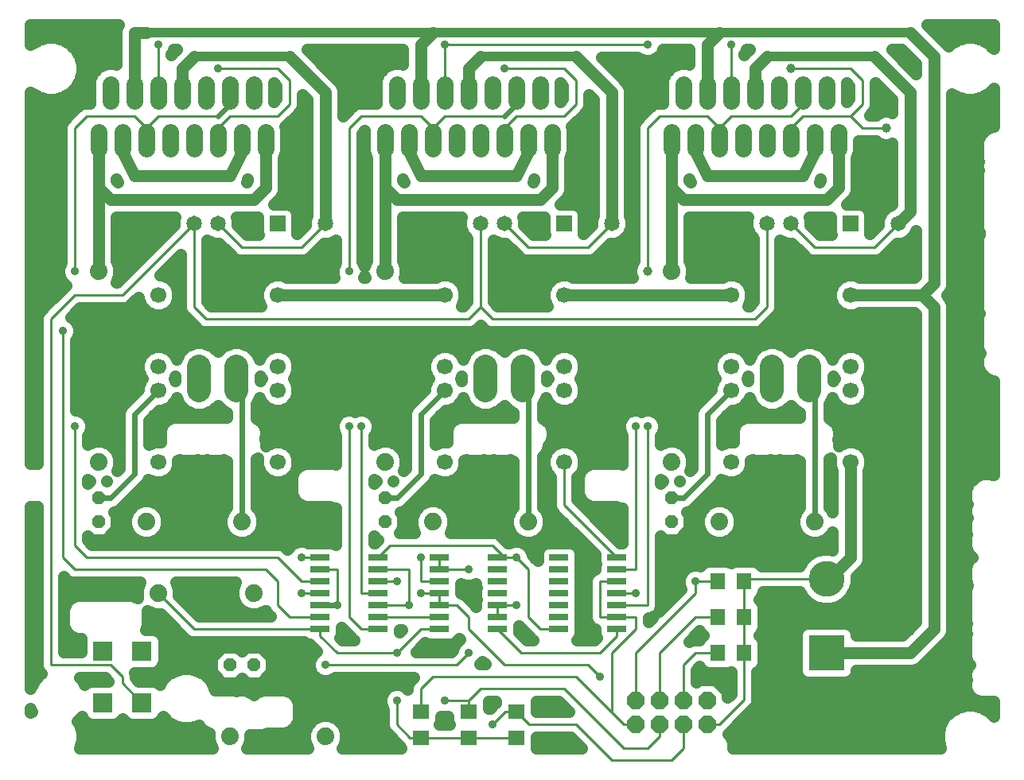
<source format=gtl>
G75*
G70*
%OFA0B0*%
%FSLAX24Y24*%
%IPPOS*%
%LPD*%
%AMOC8*
5,1,8,0,0,1.08239X$1,22.5*
%
%ADD10C,0.0709*%
%ADD11C,0.1004*%
%ADD12C,0.0669*%
%ADD13OC8,0.0520*%
%ADD14C,0.0740*%
%ADD15C,0.0650*%
%ADD16R,0.0650X0.0650*%
%ADD17R,0.1500X0.1500*%
%ADD18C,0.1500*%
%ADD19OC8,0.0740*%
%ADD20R,0.0827X0.0827*%
%ADD21R,0.0800X0.0260*%
%ADD22R,0.0630X0.0709*%
%ADD23R,0.0709X0.0630*%
%ADD24C,0.0500*%
%ADD25C,0.0100*%
%ADD26C,0.0400*%
%ADD27C,0.0360*%
%ADD28C,0.0240*%
%ADD29C,0.0396*%
D10*
X003601Y026250D02*
X003601Y026959D01*
X004601Y026959D02*
X004601Y026250D01*
X005601Y026250D02*
X005601Y026959D01*
X006601Y026959D02*
X006601Y026250D01*
X007601Y026250D02*
X007601Y026959D01*
X008601Y026959D02*
X008601Y026250D01*
X009601Y026250D02*
X009601Y026959D01*
X010601Y026959D02*
X010601Y026250D01*
X010101Y028250D02*
X010101Y028959D01*
X009101Y028959D02*
X009101Y028250D01*
X008101Y028250D02*
X008101Y028959D01*
X007101Y028959D02*
X007101Y028250D01*
X006101Y028250D02*
X006101Y028959D01*
X005101Y028959D02*
X005101Y028250D01*
X004101Y028250D02*
X004101Y028959D01*
X015601Y026959D02*
X015601Y026250D01*
X016601Y026250D02*
X016601Y026959D01*
X017601Y026959D02*
X017601Y026250D01*
X018601Y026250D02*
X018601Y026959D01*
X019601Y026959D02*
X019601Y026250D01*
X020601Y026250D02*
X020601Y026959D01*
X021601Y026959D02*
X021601Y026250D01*
X022601Y026250D02*
X022601Y026959D01*
X022101Y028250D02*
X022101Y028959D01*
X021101Y028959D02*
X021101Y028250D01*
X020101Y028250D02*
X020101Y028959D01*
X019101Y028959D02*
X019101Y028250D01*
X018101Y028250D02*
X018101Y028959D01*
X017101Y028959D02*
X017101Y028250D01*
X016101Y028250D02*
X016101Y028959D01*
X027601Y026959D02*
X027601Y026250D01*
X028601Y026250D02*
X028601Y026959D01*
X029601Y026959D02*
X029601Y026250D01*
X030601Y026250D02*
X030601Y026959D01*
X031601Y026959D02*
X031601Y026250D01*
X032601Y026250D02*
X032601Y026959D01*
X033601Y026959D02*
X033601Y026250D01*
X034601Y026250D02*
X034601Y026959D01*
X034101Y028250D02*
X034101Y028959D01*
X033101Y028959D02*
X033101Y028250D01*
X032101Y028250D02*
X032101Y028959D01*
X031101Y028959D02*
X031101Y028250D01*
X030101Y028250D02*
X030101Y028959D01*
X029101Y028959D02*
X029101Y028250D01*
X028101Y028250D02*
X028101Y028959D01*
D11*
X031821Y017107D02*
X031821Y016103D01*
X033380Y016103D02*
X033380Y017107D01*
X021380Y017107D02*
X021380Y016103D01*
X019821Y016103D02*
X019821Y017107D01*
X009380Y017107D02*
X009380Y016103D01*
X007821Y016103D02*
X007821Y017107D01*
D12*
X006101Y017105D03*
X006101Y016105D03*
X006101Y013105D03*
X011101Y013105D03*
X011101Y016105D03*
X011101Y017105D03*
X011101Y020105D03*
X006101Y020105D03*
X018101Y020105D03*
X018101Y017105D03*
X018101Y016105D03*
X018101Y013105D03*
X023101Y013105D03*
X023101Y016105D03*
X023101Y017105D03*
X023101Y020105D03*
X030101Y020105D03*
X030101Y017105D03*
X030101Y016105D03*
X030101Y013105D03*
X035101Y013105D03*
X035101Y016105D03*
X035101Y017105D03*
X035101Y020105D03*
D13*
X027601Y011605D03*
X027601Y010605D03*
X015601Y010605D03*
X015601Y011605D03*
X010101Y004605D03*
X009101Y004605D03*
X003601Y010605D03*
X003601Y011605D03*
D14*
X003601Y013105D03*
X005601Y010605D03*
X006101Y007605D03*
X009601Y010605D03*
X010101Y007605D03*
X015601Y013105D03*
X017601Y010605D03*
X021601Y010605D03*
X027601Y013105D03*
X029601Y010605D03*
X033601Y010605D03*
X027601Y021105D03*
X015601Y021105D03*
X003601Y021105D03*
X009101Y001605D03*
X013101Y001605D03*
D15*
X013101Y023105D03*
X008601Y023105D03*
X007601Y023105D03*
X019601Y023105D03*
X020601Y023105D03*
X025101Y023105D03*
X031601Y023105D03*
X032601Y023105D03*
X037101Y023105D03*
D16*
X035101Y023105D03*
X023101Y023105D03*
X011101Y023105D03*
D17*
X034101Y005105D03*
D18*
X034101Y008209D03*
D19*
X029101Y003105D03*
X028101Y003105D03*
X027101Y003105D03*
X026101Y003105D03*
X026101Y002105D03*
X027101Y002105D03*
X028101Y002105D03*
X029101Y002105D03*
D20*
X005428Y003022D03*
X003774Y003022D03*
X003774Y005187D03*
X005428Y005187D03*
D21*
X012891Y006105D03*
X012891Y006605D03*
X012891Y007105D03*
X012891Y007605D03*
X012891Y008105D03*
X012891Y008605D03*
X012891Y009105D03*
X015311Y009105D03*
X015311Y008605D03*
X015311Y008105D03*
X015311Y007605D03*
X015311Y007105D03*
X015311Y006605D03*
X015311Y006105D03*
X017891Y006105D03*
X017891Y006605D03*
X017891Y007105D03*
X017891Y007605D03*
X017891Y008105D03*
X017891Y008605D03*
X017891Y009105D03*
X020311Y009105D03*
X020311Y008605D03*
X020311Y008105D03*
X020311Y007605D03*
X020311Y007105D03*
X020311Y006605D03*
X020311Y006105D03*
X022891Y006105D03*
X022891Y006605D03*
X022891Y007105D03*
X022891Y007605D03*
X022891Y008105D03*
X022891Y008605D03*
X022891Y009105D03*
X025311Y009105D03*
X025311Y008605D03*
X025311Y008105D03*
X025311Y007605D03*
X025311Y007105D03*
X025311Y006605D03*
X025311Y006105D03*
D22*
X029550Y006605D03*
X030652Y006605D03*
X030652Y008105D03*
X029550Y008105D03*
X029550Y005105D03*
X030652Y005105D03*
D23*
X021101Y002656D03*
X021101Y001554D03*
X019101Y001554D03*
X019101Y002656D03*
X017101Y002656D03*
X017101Y001554D03*
D24*
X002901Y001434D02*
X002813Y001105D01*
X008385Y001105D01*
X008372Y001118D01*
X008241Y001434D01*
X008241Y001749D01*
X008003Y001847D01*
X007814Y002037D01*
X007799Y002072D01*
X007757Y002047D01*
X007441Y001963D01*
X007115Y001963D01*
X006799Y002047D01*
X006516Y002210D01*
X006297Y002430D01*
X006256Y002331D01*
X006119Y002193D01*
X005938Y002119D01*
X004917Y002119D01*
X004737Y002193D01*
X004601Y002329D01*
X004465Y002193D01*
X004285Y002119D01*
X003263Y002119D01*
X003083Y002193D01*
X002945Y002331D01*
X002904Y002430D01*
X002728Y002253D01*
X002812Y002106D01*
X002901Y001776D01*
X002901Y001434D01*
X002901Y001602D02*
X008241Y001602D01*
X006707Y002100D02*
X002814Y002100D01*
X003019Y003787D02*
X002916Y003965D01*
X002816Y004065D01*
X003877Y004065D01*
X004016Y003925D01*
X003263Y003925D01*
X003083Y003851D01*
X003019Y003787D01*
X002871Y005145D02*
X002141Y005145D01*
X002141Y008301D01*
X002143Y008299D01*
X002295Y008147D01*
X002493Y008065D01*
X005360Y008065D01*
X005241Y007776D01*
X005241Y007434D01*
X005250Y007411D01*
X005024Y007505D01*
X004757Y007505D01*
X004527Y007505D01*
X004333Y007505D01*
X004067Y007505D01*
X003913Y007505D01*
X003893Y007497D01*
X003873Y007505D01*
X003606Y007505D01*
X003489Y007505D01*
X003354Y007505D01*
X003223Y007505D01*
X003223Y007505D01*
X003222Y007505D01*
X003202Y007497D01*
X003182Y007505D01*
X002916Y007505D01*
X002686Y007505D01*
X002439Y007403D01*
X002251Y007215D01*
X002149Y006968D01*
X002149Y006702D01*
X002149Y006661D01*
X002149Y006395D01*
X002149Y006241D01*
X002251Y005995D01*
X002439Y005807D01*
X002686Y005705D01*
X002873Y005705D01*
X002871Y005698D01*
X002871Y005145D01*
X002871Y005590D02*
X002141Y005590D01*
X002141Y006089D02*
X002212Y006089D01*
X002149Y006587D02*
X002141Y006587D01*
X002141Y007086D02*
X002198Y007086D01*
X002141Y007584D02*
X005241Y007584D01*
X005637Y006866D02*
X005930Y006745D01*
X006197Y006745D01*
X007295Y005647D01*
X007493Y005565D01*
X007708Y005565D01*
X012208Y005565D01*
X012213Y005559D01*
X012393Y005485D01*
X012457Y005485D01*
X012585Y005357D01*
X012755Y005187D01*
X012721Y005173D01*
X012533Y004984D01*
X012431Y004738D01*
X012431Y004471D01*
X012533Y004225D01*
X012721Y004037D01*
X012967Y003935D01*
X013234Y003935D01*
X013480Y004037D01*
X013508Y004065D01*
X016797Y004065D01*
X016643Y003911D01*
X016561Y003712D01*
X016561Y003592D01*
X016480Y003673D01*
X016234Y003775D01*
X015967Y003775D01*
X015721Y003673D01*
X015533Y003484D01*
X015431Y003238D01*
X015431Y002971D01*
X015533Y002725D01*
X015561Y002697D01*
X015561Y002212D01*
X015561Y001997D01*
X015643Y001799D01*
X016194Y001248D01*
X016256Y001185D01*
X016256Y001141D01*
X016272Y001105D01*
X013817Y001105D01*
X013830Y001118D01*
X013961Y001434D01*
X013961Y001776D01*
X013830Y002092D01*
X013588Y002334D01*
X013272Y002465D01*
X012930Y002465D01*
X012614Y002334D01*
X012372Y002092D01*
X012241Y001776D01*
X012241Y001434D01*
X012372Y001118D01*
X012385Y001105D01*
X009817Y001105D01*
X009830Y001118D01*
X009961Y001434D01*
X009961Y001670D01*
X010508Y001670D01*
X010689Y001745D01*
X010758Y001745D01*
X010893Y001745D01*
X010893Y001745D01*
X010894Y001745D01*
X011129Y001745D01*
X011145Y001751D01*
X011160Y001745D01*
X011228Y001745D01*
X011294Y001731D01*
X011361Y001745D01*
X011429Y001745D01*
X011491Y001771D01*
X011557Y001784D01*
X011614Y001821D01*
X011677Y001847D01*
X011725Y001895D01*
X011781Y001933D01*
X011819Y001989D01*
X011867Y002037D01*
X011893Y002100D01*
X012380Y002100D01*
X011970Y002285D02*
X011970Y002353D01*
X011983Y002419D01*
X011970Y002486D01*
X011970Y003004D01*
X011867Y003252D01*
X011677Y003442D01*
X011429Y003545D01*
X011160Y003545D01*
X011145Y003538D01*
X011129Y003545D01*
X011061Y003545D01*
X010995Y003558D01*
X010928Y003545D01*
X010894Y003545D01*
X010893Y003545D01*
X010801Y003545D01*
X010743Y003545D01*
X010475Y003545D01*
X010227Y003442D01*
X010152Y003367D01*
X010111Y003327D01*
X009996Y003442D01*
X009748Y003545D01*
X009479Y003545D01*
X009383Y003505D01*
X009287Y003545D01*
X009019Y003545D01*
X008712Y003545D01*
X008552Y003545D01*
X008536Y003538D01*
X008520Y003545D01*
X008471Y003545D01*
X008434Y003682D01*
X008271Y003965D01*
X008040Y004196D01*
X007757Y004359D01*
X007441Y004444D01*
X007115Y004444D01*
X006799Y004359D01*
X006516Y004196D01*
X006285Y003965D01*
X006182Y003787D01*
X006119Y003851D01*
X005938Y003925D01*
X005288Y003925D01*
X005141Y004072D01*
X005141Y004212D01*
X005111Y004284D01*
X005938Y004284D01*
X006119Y004359D01*
X006256Y004496D01*
X006331Y004677D01*
X006331Y005698D01*
X006256Y005878D01*
X006119Y006016D01*
X005938Y006091D01*
X005575Y006091D01*
X005637Y006241D01*
X005637Y006508D01*
X005637Y006738D01*
X005637Y006866D01*
X005637Y006587D02*
X006355Y006587D01*
X005943Y006089D02*
X006853Y006089D01*
X006331Y005590D02*
X007432Y005590D01*
X008351Y004915D02*
X008351Y004294D01*
X008790Y003855D01*
X009411Y003855D01*
X009601Y004044D01*
X009790Y003855D01*
X010411Y003855D01*
X010851Y004294D01*
X010851Y004915D01*
X010411Y005355D01*
X009790Y005355D01*
X009601Y005165D01*
X009411Y005355D01*
X008790Y005355D01*
X008351Y004915D01*
X008527Y005092D02*
X006331Y005092D01*
X006296Y004593D02*
X008351Y004593D01*
X008550Y004095D02*
X008141Y004095D01*
X008457Y003596D02*
X015645Y003596D01*
X015431Y003097D02*
X011931Y003097D01*
X011970Y002599D02*
X015561Y002599D01*
X015561Y002100D02*
X013821Y002100D01*
X013961Y001602D02*
X015840Y001602D01*
X017888Y002105D02*
X017945Y002243D01*
X017945Y002444D01*
X017967Y002435D01*
X018234Y002435D01*
X018256Y002444D01*
X018256Y002243D01*
X018314Y002105D01*
X018309Y002094D01*
X017892Y002094D01*
X017888Y002105D01*
X017889Y002100D02*
X018312Y002100D01*
X019945Y002765D02*
X019945Y003065D01*
X020256Y003065D01*
X020256Y003024D01*
X020194Y002962D01*
X020007Y002775D01*
X019967Y002775D01*
X019945Y002765D01*
X021945Y002645D02*
X023297Y002645D01*
X022877Y003065D01*
X021945Y003065D01*
X021945Y002645D01*
X021945Y001565D02*
X023377Y001565D01*
X023837Y001105D01*
X021930Y001105D01*
X021945Y001141D01*
X021945Y001565D01*
X019797Y004645D02*
X019588Y004645D01*
X019669Y004725D01*
X019683Y004759D01*
X019797Y004645D01*
X018755Y005687D02*
X018721Y005673D01*
X018533Y005484D01*
X018431Y005238D01*
X018431Y005198D01*
X018377Y005145D01*
X016904Y005145D01*
X017288Y005528D01*
X017393Y005485D01*
X018388Y005485D01*
X018568Y005559D01*
X018706Y005697D01*
X018717Y005724D01*
X018755Y005687D01*
X018639Y005590D02*
X018599Y005590D01*
X019421Y007048D02*
X019407Y007062D01*
X018907Y007562D01*
X018781Y007615D01*
X018781Y007832D01*
X018771Y007855D01*
X018781Y007877D01*
X018781Y008012D01*
X018967Y007935D01*
X019234Y007935D01*
X019421Y008012D01*
X019421Y007877D01*
X019430Y007855D01*
X019421Y007832D01*
X019421Y007377D01*
X019430Y007355D01*
X019421Y007332D01*
X019421Y007048D01*
X019407Y007062D02*
X019407Y007062D01*
X019421Y007086D02*
X019383Y007086D01*
X019421Y007584D02*
X018854Y007584D01*
X021201Y006241D02*
X021201Y005978D01*
X021534Y005645D01*
X021800Y005645D01*
X021795Y005647D01*
X021643Y005799D01*
X021201Y006241D01*
X021201Y006089D02*
X021353Y006089D01*
X023654Y005645D02*
X023706Y005697D01*
X023781Y005877D01*
X023781Y006332D01*
X023771Y006355D01*
X023781Y006377D01*
X023781Y006832D01*
X023771Y006855D01*
X023781Y006877D01*
X023781Y007332D01*
X023771Y007355D01*
X023781Y007377D01*
X023781Y007832D01*
X023771Y007855D01*
X023781Y007877D01*
X023781Y008332D01*
X023771Y008355D01*
X023781Y008377D01*
X023781Y008832D01*
X023771Y008855D01*
X023781Y008877D01*
X023781Y009332D01*
X023706Y009512D01*
X023568Y009650D01*
X023388Y009725D01*
X022393Y009725D01*
X022213Y009650D01*
X022075Y009512D01*
X022001Y009332D01*
X022001Y008968D01*
X021907Y009062D01*
X021771Y009198D01*
X021771Y009238D01*
X021669Y009484D01*
X021480Y009673D01*
X021234Y009775D01*
X020967Y009775D01*
X020828Y009717D01*
X020808Y009725D01*
X020744Y009725D01*
X020559Y009911D01*
X020407Y010062D01*
X020208Y010145D01*
X018341Y010145D01*
X018461Y010434D01*
X018461Y010776D01*
X018330Y011092D01*
X018088Y011334D01*
X017772Y011465D01*
X017430Y011465D01*
X017114Y011334D01*
X016872Y011092D01*
X016741Y010776D01*
X016741Y010434D01*
X016860Y010145D01*
X016201Y010145D01*
X016351Y010294D01*
X016351Y010915D01*
X016257Y011009D01*
X016446Y011088D01*
X017446Y012088D01*
X017618Y012259D01*
X017672Y012390D01*
X017937Y012280D01*
X018265Y012280D01*
X018568Y012406D01*
X018800Y012638D01*
X018925Y012941D01*
X018925Y013191D01*
X019004Y013191D01*
X019024Y013199D01*
X019044Y013191D01*
X019275Y013191D01*
X019560Y013191D01*
X019694Y013191D01*
X019694Y013191D01*
X019695Y013191D01*
X019753Y013215D01*
X019812Y013191D01*
X020078Y013191D01*
X020137Y013215D01*
X020195Y013191D01*
X020480Y013191D01*
X020615Y013191D01*
X020615Y013191D01*
X020845Y013191D01*
X020850Y013193D01*
X020991Y013134D01*
X020991Y011211D01*
X020872Y011092D01*
X020741Y010776D01*
X020741Y010434D01*
X020872Y010118D01*
X021114Y009876D01*
X021430Y009745D01*
X021772Y009745D01*
X022088Y009876D01*
X022330Y010118D01*
X022461Y010434D01*
X022461Y010776D01*
X022330Y011092D01*
X022211Y011211D01*
X022211Y013338D01*
X022354Y013481D01*
X022456Y013728D01*
X022456Y013814D01*
X022508Y013865D01*
X022610Y014111D01*
X022610Y014455D01*
X022508Y014701D01*
X022319Y014889D01*
X022211Y014934D01*
X022211Y015530D01*
X022221Y015541D01*
X022331Y015807D01*
X022402Y015638D01*
X022634Y015406D01*
X022937Y015280D01*
X023265Y015280D01*
X023568Y015406D01*
X023800Y015638D01*
X023925Y015941D01*
X023925Y016269D01*
X023800Y016572D01*
X023767Y016605D01*
X023800Y016638D01*
X023925Y016941D01*
X023925Y017269D01*
X023800Y017572D01*
X023568Y017804D01*
X023265Y017929D01*
X022937Y017929D01*
X022634Y017804D01*
X022402Y017572D01*
X022331Y017402D01*
X022221Y017669D01*
X021942Y017948D01*
X021578Y018099D01*
X021183Y018099D01*
X020818Y017948D01*
X020601Y017730D01*
X020383Y017948D01*
X020019Y018099D01*
X019624Y018099D01*
X019259Y017948D01*
X018980Y017669D01*
X018870Y017402D01*
X018800Y017572D01*
X018568Y017804D01*
X018265Y017929D01*
X017937Y017929D01*
X017634Y017804D01*
X017402Y017572D01*
X017276Y017269D01*
X017276Y016941D01*
X017402Y016638D01*
X017435Y016605D01*
X017402Y016572D01*
X017276Y016269D01*
X017276Y016143D01*
X016584Y015450D01*
X016491Y015226D01*
X016491Y014983D01*
X016491Y012857D01*
X016386Y012752D01*
X016461Y012934D01*
X016461Y013276D01*
X016330Y013592D01*
X016088Y013834D01*
X015772Y013965D01*
X015430Y013965D01*
X015141Y013845D01*
X015141Y014197D01*
X015169Y014225D01*
X015271Y014471D01*
X015271Y014738D01*
X015169Y014984D01*
X014980Y015173D01*
X014734Y015275D01*
X014467Y015275D01*
X014351Y015226D01*
X014234Y015275D01*
X013967Y015275D01*
X013721Y015173D01*
X013533Y014984D01*
X013431Y014738D01*
X013431Y014471D01*
X013533Y014225D01*
X013561Y014197D01*
X013561Y013025D01*
X013512Y013045D01*
X013377Y013045D01*
X013019Y013045D01*
X012745Y013045D01*
X012612Y013045D01*
X012251Y013045D01*
X012003Y012942D01*
X011871Y012810D01*
X011925Y012941D01*
X011925Y013269D01*
X011800Y013572D01*
X011568Y013804D01*
X011265Y013929D01*
X010937Y013929D01*
X010634Y013804D01*
X010606Y013776D01*
X010623Y013860D01*
X010577Y014091D01*
X010623Y014322D01*
X010571Y014583D01*
X010422Y014805D01*
X010211Y014946D01*
X010211Y015530D01*
X010221Y015541D01*
X010331Y015807D01*
X010402Y015638D01*
X010634Y015406D01*
X010937Y015280D01*
X011265Y015280D01*
X011568Y015406D01*
X011800Y015638D01*
X011925Y015941D01*
X011925Y016269D01*
X011800Y016572D01*
X011767Y016605D01*
X011800Y016638D01*
X011925Y016941D01*
X011925Y017269D01*
X011800Y017572D01*
X011568Y017804D01*
X011265Y017929D01*
X010937Y017929D01*
X010634Y017804D01*
X010402Y017572D01*
X010331Y017402D01*
X010221Y017669D01*
X009942Y017948D01*
X009578Y018099D01*
X009183Y018099D01*
X008818Y017948D01*
X008601Y017730D01*
X008383Y017948D01*
X008019Y018099D01*
X007624Y018099D01*
X007259Y017948D01*
X006980Y017669D01*
X006870Y017402D01*
X006800Y017572D01*
X006568Y017804D01*
X006265Y017929D01*
X005937Y017929D01*
X005634Y017804D01*
X005402Y017572D01*
X005276Y017269D01*
X005276Y016941D01*
X005402Y016638D01*
X005435Y016605D01*
X005402Y016572D01*
X005276Y016269D01*
X005276Y016143D01*
X004755Y015622D01*
X004584Y015450D01*
X004491Y015226D01*
X004491Y012857D01*
X004386Y012752D01*
X004461Y012934D01*
X004461Y013276D01*
X004330Y013592D01*
X004088Y013834D01*
X003772Y013965D01*
X003430Y013965D01*
X003141Y013845D01*
X003141Y014197D01*
X003169Y014225D01*
X003271Y014471D01*
X003271Y014738D01*
X003169Y014984D01*
X002980Y015173D01*
X002734Y015275D01*
X002641Y015275D01*
X002641Y018197D01*
X002669Y018225D01*
X002771Y018471D01*
X002771Y018738D01*
X002669Y018984D01*
X002480Y019173D01*
X002446Y019187D01*
X002824Y019565D01*
X004708Y019565D01*
X004907Y019647D01*
X005059Y019799D01*
X005276Y020016D01*
X005276Y019941D01*
X005402Y019638D01*
X005634Y019406D01*
X005937Y019280D01*
X006265Y019280D01*
X006568Y019406D01*
X006800Y019638D01*
X006925Y019941D01*
X006925Y020269D01*
X006800Y020572D01*
X006568Y020804D01*
X006265Y020929D01*
X006189Y020929D01*
X007061Y021801D01*
X007061Y019712D01*
X007061Y019497D01*
X007143Y019299D01*
X007643Y018799D01*
X007795Y018647D01*
X007993Y018565D01*
X018993Y018565D01*
X019208Y018565D01*
X019407Y018647D01*
X019601Y018841D01*
X019795Y018647D01*
X019993Y018565D01*
X020208Y018565D01*
X031208Y018565D01*
X031407Y018647D01*
X031559Y018799D01*
X032059Y019299D01*
X032141Y019497D01*
X032141Y019712D01*
X032141Y022413D01*
X032439Y022290D01*
X032652Y022290D01*
X033143Y021799D01*
X033295Y021647D01*
X033493Y021565D01*
X035993Y021565D01*
X036208Y021565D01*
X036407Y021647D01*
X037049Y022290D01*
X037263Y022290D01*
X037562Y022414D01*
X037792Y022643D01*
X037861Y022810D01*
X037861Y020911D01*
X037794Y020845D01*
X035469Y020845D01*
X035265Y020929D01*
X034937Y020929D01*
X034634Y020804D01*
X034402Y020572D01*
X034276Y020269D01*
X034276Y019941D01*
X034402Y019638D01*
X034634Y019406D01*
X034937Y019280D01*
X035265Y019280D01*
X035469Y019365D01*
X037794Y019365D01*
X037861Y019298D01*
X037861Y006411D01*
X037294Y005845D01*
X035341Y005845D01*
X035341Y005952D01*
X035266Y006132D01*
X035128Y006270D01*
X034948Y006345D01*
X033253Y006345D01*
X033073Y006270D01*
X032935Y006132D01*
X032861Y005952D01*
X032861Y004257D01*
X032935Y004077D01*
X033073Y003939D01*
X033253Y003865D01*
X034948Y003865D01*
X035128Y003939D01*
X035266Y004077D01*
X035341Y004257D01*
X035341Y004365D01*
X037748Y004365D01*
X038020Y004477D01*
X038228Y004686D01*
X039228Y005686D01*
X039341Y005957D01*
X039341Y006252D01*
X039341Y019752D01*
X039228Y020024D01*
X039147Y020105D01*
X039228Y020186D01*
X039341Y020457D01*
X039341Y028542D01*
X039599Y028393D01*
X039930Y028305D01*
X040272Y028305D01*
X040603Y028393D01*
X040899Y028564D01*
X041101Y028766D01*
X041101Y027163D01*
X041045Y027163D01*
X041045Y027163D01*
X041045Y027163D01*
X040916Y027110D01*
X040801Y027062D01*
X040801Y027062D01*
X040801Y027062D01*
X040739Y027000D01*
X040739Y027000D01*
X040677Y026939D01*
X040552Y026813D01*
X040552Y026813D01*
X040552Y026813D01*
X040505Y026701D01*
X040451Y026569D01*
X040451Y026569D01*
X040450Y026569D01*
X040450Y026438D01*
X040450Y026304D01*
X040450Y026119D01*
X040450Y026015D01*
X040450Y025751D01*
X040472Y025699D01*
X040450Y025647D01*
X040450Y025382D01*
X040472Y025330D01*
X040450Y025279D01*
X040450Y025014D01*
X040450Y024973D01*
X040450Y024972D01*
X040450Y024906D01*
X040450Y024831D01*
X040450Y024831D01*
X040450Y024707D01*
X040450Y024596D01*
X040450Y024463D01*
X040450Y024463D01*
X040450Y024277D01*
X040450Y023909D01*
X040450Y023788D01*
X040450Y023739D01*
X040437Y023674D01*
X040450Y023608D01*
X040450Y023541D01*
X040450Y023500D01*
X040450Y023499D01*
X040450Y023499D01*
X040450Y023432D01*
X040450Y023358D01*
X040450Y023358D01*
X040450Y023254D01*
X040450Y023130D01*
X040450Y023058D01*
X040450Y022990D01*
X040450Y022989D01*
X040450Y022866D01*
X040451Y022866D01*
X040451Y022866D01*
X040505Y022733D01*
X040523Y022692D01*
X040505Y022650D01*
X040451Y022517D01*
X040450Y022517D02*
X040450Y022387D01*
X040450Y022253D01*
X040450Y022253D01*
X040450Y022068D01*
X040450Y021964D01*
X040450Y021699D01*
X040450Y021331D01*
X040450Y021289D01*
X040450Y021289D01*
X040450Y021217D01*
X040450Y021148D01*
X040450Y021148D01*
X040450Y021024D01*
X040450Y020841D01*
X040450Y020676D01*
X040450Y020545D01*
X040450Y020411D01*
X040450Y020226D01*
X040450Y020105D01*
X040450Y019858D01*
X040450Y019489D01*
X040510Y019346D01*
X040504Y019332D01*
X040451Y019203D01*
X040451Y019203D01*
X040450Y019203D01*
X040450Y019079D01*
X040450Y019007D01*
X040450Y018938D01*
X040450Y018938D01*
X040450Y018814D01*
X040450Y018583D01*
X040437Y018517D01*
X040462Y018395D01*
X040437Y018272D01*
X040457Y018174D01*
X040451Y018159D01*
X040451Y018159D01*
X040450Y018159D01*
X040450Y018027D01*
X040450Y017894D01*
X040451Y017894D01*
X040456Y017880D01*
X040535Y017689D01*
X040505Y017616D01*
X040451Y017484D01*
X040450Y017484D01*
X040450Y017360D01*
X040450Y017291D01*
X040450Y017219D01*
X040450Y017096D01*
X040451Y017096D01*
X040451Y017096D01*
X040504Y016966D01*
X040552Y016851D01*
X040675Y016728D01*
X040739Y016664D01*
X040801Y016602D01*
X041045Y016501D01*
X041101Y016501D01*
X041101Y012582D01*
X041057Y012564D01*
X040979Y012597D01*
X040872Y012597D01*
X040735Y012597D01*
X040602Y012597D01*
X040602Y012597D01*
X040602Y012597D01*
X040484Y012548D01*
X040352Y012493D01*
X040352Y012493D01*
X040352Y012493D01*
X040251Y012392D01*
X040161Y012302D01*
X040155Y012296D01*
X040054Y012195D01*
X040054Y012195D01*
X040054Y012195D01*
X040014Y012099D01*
X039950Y011945D01*
X039950Y011811D01*
X039950Y011732D01*
X039950Y011461D01*
X040006Y011328D01*
X039950Y011194D01*
X039950Y010924D01*
X040006Y010790D01*
X039950Y010656D01*
X039950Y010519D01*
X039950Y010172D01*
X039984Y010092D01*
X039950Y010012D01*
X039950Y010012D01*
X039950Y010012D01*
X039950Y009878D01*
X039950Y009798D01*
X039950Y009528D01*
X040054Y009278D01*
X040206Y009125D01*
X040161Y009079D01*
X040155Y009073D01*
X040054Y008973D01*
X040054Y008973D01*
X040054Y008973D01*
X040014Y008876D01*
X039950Y008723D01*
X039950Y008723D01*
X039950Y008723D01*
X039950Y008589D01*
X039950Y008132D01*
X040028Y007945D01*
X039950Y007758D01*
X039950Y007487D01*
X039961Y007461D01*
X039950Y007434D01*
X039950Y007434D01*
X039950Y007434D01*
X039950Y007288D01*
X039950Y007220D01*
X039950Y006950D01*
X039961Y006923D01*
X039950Y006896D01*
X039950Y006412D01*
X039984Y006332D01*
X039950Y006251D01*
X039950Y005981D01*
X039983Y005903D01*
X039950Y005824D01*
X039950Y005554D01*
X039961Y005527D01*
X039950Y005500D01*
X039950Y005363D01*
X039950Y004909D01*
X040054Y004659D01*
X040100Y004614D01*
X040054Y004568D01*
X039950Y004318D01*
X039950Y004047D01*
X039983Y003969D01*
X039950Y003891D01*
X039950Y003620D01*
X040054Y003370D01*
X040245Y003179D01*
X040495Y003076D01*
X040766Y003076D01*
X041101Y003076D01*
X041101Y002443D01*
X040899Y002645D01*
X040603Y002816D01*
X040272Y002905D01*
X039930Y002905D01*
X039599Y002816D01*
X039303Y002645D01*
X039061Y002403D01*
X038889Y002106D01*
X038801Y001776D01*
X038801Y001434D01*
X038889Y001105D01*
X030170Y001105D01*
X030170Y001121D01*
X030170Y001257D01*
X030170Y001389D01*
X030170Y001389D01*
X030170Y001389D01*
X030124Y001501D01*
X030067Y001637D01*
X030067Y001637D01*
X030067Y001638D01*
X029982Y001722D01*
X030958Y002698D01*
X031110Y002850D01*
X031192Y003048D01*
X031192Y004313D01*
X031244Y004335D01*
X031382Y004473D01*
X031457Y004653D01*
X031457Y005556D01*
X031382Y005737D01*
X031264Y005855D01*
X031382Y005973D01*
X031457Y006153D01*
X031457Y007056D01*
X031382Y007237D01*
X031264Y007355D01*
X031382Y007473D01*
X031457Y007653D01*
X031457Y007669D01*
X032981Y007669D01*
X033109Y007448D01*
X033339Y007217D01*
X033622Y007054D01*
X033938Y006969D01*
X034264Y006969D01*
X034579Y007054D01*
X034862Y007217D01*
X035093Y007448D01*
X035256Y007731D01*
X035341Y008046D01*
X035341Y008298D01*
X035728Y008686D01*
X035841Y008957D01*
X035841Y009252D01*
X035841Y012736D01*
X035925Y012941D01*
X035925Y013269D01*
X035800Y013572D01*
X035568Y013804D01*
X035265Y013929D01*
X034937Y013929D01*
X034634Y013804D01*
X034610Y013780D01*
X034610Y013994D01*
X034586Y014053D01*
X034610Y014111D01*
X034610Y014111D01*
X034610Y014378D01*
X034610Y014455D01*
X034508Y014701D01*
X034319Y014889D01*
X034211Y014934D01*
X034211Y015530D01*
X034221Y015541D01*
X034331Y015807D01*
X034402Y015638D01*
X034634Y015406D01*
X034937Y015280D01*
X035265Y015280D01*
X035568Y015406D01*
X035800Y015638D01*
X035925Y015941D01*
X035925Y016269D01*
X035800Y016572D01*
X035767Y016605D01*
X035800Y016638D01*
X035925Y016941D01*
X035925Y017269D01*
X035800Y017572D01*
X035568Y017804D01*
X035265Y017929D01*
X034937Y017929D01*
X034634Y017804D01*
X034402Y017572D01*
X034331Y017402D01*
X034221Y017669D01*
X033942Y017948D01*
X033578Y018099D01*
X033183Y018099D01*
X032818Y017948D01*
X032601Y017730D01*
X032383Y017948D01*
X032019Y018099D01*
X031624Y018099D01*
X031259Y017948D01*
X030980Y017669D01*
X030870Y017402D01*
X030800Y017572D01*
X030568Y017804D01*
X030265Y017929D01*
X029937Y017929D01*
X029634Y017804D01*
X029402Y017572D01*
X029276Y017269D01*
X029276Y016941D01*
X029402Y016638D01*
X029435Y016605D01*
X029402Y016572D01*
X029276Y016269D01*
X029276Y016143D01*
X028584Y015450D01*
X028491Y015226D01*
X028491Y014983D01*
X028491Y012857D01*
X028386Y012752D01*
X028461Y012934D01*
X028461Y013276D01*
X028330Y013592D01*
X028088Y013834D01*
X027772Y013965D01*
X027430Y013965D01*
X027141Y013845D01*
X027141Y014197D01*
X027169Y014225D01*
X027271Y014471D01*
X027271Y014738D01*
X027169Y014984D01*
X026980Y015173D01*
X026734Y015275D01*
X026467Y015275D01*
X026351Y015226D01*
X026234Y015275D01*
X025967Y015275D01*
X025721Y015173D01*
X025533Y014984D01*
X025431Y014738D01*
X025431Y014471D01*
X025533Y014225D01*
X025561Y014197D01*
X025561Y013025D01*
X025512Y013045D01*
X025377Y013045D01*
X025019Y013045D01*
X024745Y013045D01*
X024612Y013045D01*
X024251Y013045D01*
X024003Y012942D01*
X023871Y012810D01*
X023925Y012941D01*
X023925Y013269D01*
X023800Y013572D01*
X023568Y013804D01*
X023265Y013929D01*
X022937Y013929D01*
X022634Y013804D01*
X022402Y013572D01*
X022276Y013269D01*
X022276Y012941D01*
X022402Y012638D01*
X022561Y012479D01*
X022561Y011207D01*
X022643Y011009D01*
X022795Y010857D01*
X024421Y009231D01*
X024421Y008877D01*
X024430Y008855D01*
X024421Y008832D01*
X024421Y008615D01*
X024295Y008562D01*
X024143Y008411D01*
X024061Y008212D01*
X024061Y007997D01*
X024061Y006497D01*
X024143Y006299D01*
X024295Y006147D01*
X024421Y006095D01*
X024421Y005877D01*
X024476Y005744D01*
X024377Y005645D01*
X023654Y005645D01*
X023781Y006089D02*
X024421Y006089D01*
X024061Y006587D02*
X023781Y006587D01*
X023781Y007086D02*
X024061Y007086D01*
X024061Y007584D02*
X023781Y007584D01*
X023781Y008083D02*
X024061Y008083D01*
X023781Y008581D02*
X024341Y008581D01*
X024421Y009080D02*
X023781Y009080D01*
X023640Y009579D02*
X024073Y009579D01*
X023575Y010077D02*
X022289Y010077D01*
X022461Y010576D02*
X023076Y010576D01*
X022616Y011074D02*
X022337Y011074D01*
X022211Y011573D02*
X022561Y011573D01*
X022561Y012071D02*
X022211Y012071D01*
X022211Y012570D02*
X022470Y012570D01*
X022276Y013068D02*
X022211Y013068D01*
X022390Y013567D02*
X022400Y013567D01*
X022591Y014065D02*
X025561Y014065D01*
X025561Y013567D02*
X023802Y013567D01*
X023925Y013068D02*
X025561Y013068D01*
X025512Y013045D02*
X025512Y013045D01*
X025512Y013045D01*
X024745Y013045D02*
X024745Y013045D01*
X023742Y012580D02*
X023711Y012504D01*
X023711Y012236D01*
X023711Y012054D01*
X023711Y011785D01*
X023814Y011537D01*
X024003Y011347D01*
X024251Y011245D01*
X024609Y011245D01*
X024745Y011245D01*
X024787Y011245D01*
X025019Y011245D01*
X025287Y011245D01*
X025293Y011247D01*
X025479Y011170D01*
X025561Y011170D01*
X025561Y009725D01*
X025454Y009725D01*
X023641Y011538D01*
X023641Y012479D01*
X023742Y012580D01*
X023738Y012570D02*
X023732Y012570D01*
X023711Y012071D02*
X023641Y012071D01*
X023641Y011573D02*
X023799Y011573D01*
X024105Y011074D02*
X025561Y011074D01*
X025561Y010576D02*
X024604Y010576D01*
X025102Y010077D02*
X025561Y010077D01*
X024745Y011245D02*
X024745Y011245D01*
X027141Y012205D02*
X027141Y012364D01*
X027253Y012318D01*
X027141Y012205D01*
X027948Y012318D02*
X027950Y012316D01*
X027953Y012320D01*
X027948Y012318D01*
X028461Y013068D02*
X028491Y013068D01*
X028491Y013567D02*
X028340Y013567D01*
X028491Y014065D02*
X027141Y014065D01*
X027271Y014564D02*
X028491Y014564D01*
X028491Y015062D02*
X027090Y015062D01*
X025611Y015062D02*
X022211Y015062D01*
X022564Y014564D02*
X025431Y014564D01*
X023723Y015561D02*
X028694Y015561D01*
X029193Y016060D02*
X023925Y016060D01*
X023806Y016558D02*
X029396Y016558D01*
X029276Y017057D02*
X023925Y017057D01*
X023807Y017555D02*
X029395Y017555D01*
X030807Y017555D02*
X030933Y017555D01*
X031516Y018054D02*
X021686Y018054D01*
X021075Y018054D02*
X020127Y018054D01*
X019516Y018054D02*
X009686Y018054D01*
X009075Y018054D02*
X008127Y018054D01*
X007516Y018054D02*
X002641Y018054D01*
X002771Y018552D02*
X037861Y018552D01*
X037861Y018054D02*
X033686Y018054D01*
X033075Y018054D02*
X032127Y018054D01*
X031811Y019051D02*
X037861Y019051D01*
X038601Y019605D02*
X038601Y006105D01*
X037601Y005105D01*
X034101Y005105D01*
X032861Y005092D02*
X031457Y005092D01*
X031432Y004593D02*
X032861Y004593D01*
X032928Y004095D02*
X031192Y004095D01*
X031192Y003596D02*
X039960Y003596D01*
X039950Y004095D02*
X035273Y004095D01*
X032861Y005590D02*
X031443Y005590D01*
X031430Y006089D02*
X032917Y006089D01*
X033567Y007086D02*
X031445Y007086D01*
X031428Y007584D02*
X033030Y007584D01*
X034101Y008209D02*
X034205Y008209D01*
X035101Y009105D01*
X035101Y013105D01*
X035925Y013068D02*
X037861Y013068D01*
X037861Y012570D02*
X035841Y012570D01*
X035841Y012071D02*
X037861Y012071D01*
X037861Y011573D02*
X035841Y011573D01*
X035841Y011074D02*
X037861Y011074D01*
X037861Y010576D02*
X035841Y010576D01*
X035841Y010077D02*
X037861Y010077D01*
X037861Y009579D02*
X035841Y009579D01*
X035841Y009080D02*
X037861Y009080D01*
X037861Y008581D02*
X035624Y008581D01*
X035341Y008083D02*
X037861Y008083D01*
X037861Y007584D02*
X035172Y007584D01*
X034635Y007086D02*
X037861Y007086D01*
X037861Y006587D02*
X031457Y006587D01*
X028937Y005855D02*
X028819Y005737D01*
X028781Y005645D01*
X028493Y005645D01*
X028341Y005582D01*
X028794Y006034D01*
X028819Y005973D01*
X028937Y005855D01*
X028362Y005590D02*
X028350Y005590D01*
X028794Y004534D02*
X028819Y004473D01*
X028957Y004335D01*
X029137Y004260D01*
X029962Y004260D01*
X030101Y004318D01*
X030112Y004313D01*
X030112Y003380D01*
X029961Y003228D01*
X029961Y003461D01*
X029457Y003965D01*
X028745Y003965D01*
X028641Y003861D01*
X028641Y004381D01*
X028794Y004534D01*
X028641Y004095D02*
X030112Y004095D01*
X030112Y003596D02*
X029826Y003596D01*
X030859Y002599D02*
X039256Y002599D01*
X038888Y002100D02*
X030360Y002100D01*
X030082Y001602D02*
X038801Y001602D01*
X040442Y003097D02*
X031192Y003097D01*
X030170Y001121D02*
X030170Y001121D01*
X035284Y006089D02*
X037538Y006089D01*
X038634Y005092D02*
X039950Y005092D01*
X040079Y004593D02*
X038136Y004593D01*
X039133Y005590D02*
X039950Y005590D01*
X039950Y005500D02*
X039950Y005500D01*
X039950Y005500D01*
X039950Y006089D02*
X039341Y006089D01*
X039341Y006587D02*
X039950Y006587D01*
X039950Y007086D02*
X039341Y007086D01*
X039341Y007584D02*
X039950Y007584D01*
X039971Y008083D02*
X039341Y008083D01*
X039341Y008581D02*
X039950Y008581D01*
X040161Y009079D02*
X040161Y009079D01*
X040161Y009080D02*
X039341Y009080D01*
X039341Y009579D02*
X039950Y009579D01*
X039977Y010077D02*
X039341Y010077D01*
X039341Y010576D02*
X039950Y010576D01*
X039950Y010656D02*
X039950Y010656D01*
X039950Y010656D01*
X039950Y011074D02*
X039341Y011074D01*
X039341Y011573D02*
X039950Y011573D01*
X039950Y011945D02*
X039950Y011945D01*
X039950Y011945D01*
X040002Y012071D02*
X039341Y012071D01*
X039341Y012570D02*
X040536Y012570D01*
X040872Y012597D02*
X040872Y012597D01*
X041044Y012570D02*
X041070Y012570D01*
X041101Y013068D02*
X039341Y013068D01*
X039341Y013567D02*
X041101Y013567D01*
X041101Y014065D02*
X039341Y014065D01*
X039341Y014564D02*
X041101Y014564D01*
X041101Y015062D02*
X039341Y015062D01*
X039341Y015561D02*
X041101Y015561D01*
X041101Y016060D02*
X039341Y016060D01*
X039341Y016558D02*
X040908Y016558D01*
X040739Y016664D02*
X040739Y016664D01*
X040552Y016851D02*
X040552Y016851D01*
X040552Y016851D01*
X040467Y017057D02*
X039341Y017057D01*
X039341Y017555D02*
X040480Y017555D01*
X040451Y017484D02*
X040451Y017484D01*
X040450Y017360D02*
X040450Y017360D01*
X040450Y017219D02*
X040450Y017219D01*
X040451Y017894D02*
X040451Y017894D01*
X040450Y018054D02*
X039341Y018054D01*
X039341Y018552D02*
X040444Y018552D01*
X040450Y019051D02*
X039341Y019051D01*
X039341Y019549D02*
X040450Y019549D01*
X040450Y019079D02*
X040450Y019079D01*
X040450Y020048D02*
X039204Y020048D01*
X039341Y020546D02*
X040450Y020546D01*
X040450Y020411D02*
X040450Y020411D01*
X040450Y021045D02*
X039341Y021045D01*
X039341Y021544D02*
X040450Y021544D01*
X040450Y022042D02*
X039341Y022042D01*
X039341Y022541D02*
X040460Y022541D01*
X040451Y022517D02*
X040451Y022517D01*
X040450Y022517D01*
X040450Y023039D02*
X039341Y023039D01*
X039341Y023538D02*
X040450Y023538D01*
X040450Y024036D02*
X039341Y024036D01*
X039341Y024535D02*
X040450Y024535D01*
X040450Y024972D02*
X040450Y024972D01*
X040450Y025033D02*
X039341Y025033D01*
X039341Y025532D02*
X040450Y025532D01*
X040450Y026030D02*
X039341Y026030D01*
X039341Y026529D02*
X040450Y026529D01*
X040450Y026304D02*
X040450Y026304D01*
X040766Y027028D02*
X039341Y027028D01*
X039341Y027526D02*
X041101Y027526D01*
X041101Y028025D02*
X039341Y028025D01*
X039341Y028523D02*
X039374Y028523D01*
X040827Y028523D02*
X041101Y028523D01*
X041101Y030443D02*
X040899Y030645D01*
X040603Y030816D01*
X040272Y030905D01*
X039930Y030905D01*
X039599Y030816D01*
X039303Y030645D01*
X039205Y030547D01*
X038301Y031451D01*
X041101Y031451D01*
X041101Y030443D01*
X041101Y030517D02*
X041027Y030517D01*
X041101Y031016D02*
X038736Y031016D01*
X038601Y030105D02*
X037601Y031105D01*
X037244Y030415D02*
X036837Y030415D01*
X037861Y029391D01*
X037861Y029798D01*
X037244Y030415D01*
X037233Y030019D02*
X037640Y030019D01*
X037732Y029520D02*
X037861Y029520D01*
X038601Y030105D02*
X038601Y020605D01*
X038101Y020105D01*
X038601Y019605D01*
X038101Y020105D02*
X035101Y020105D01*
X034490Y019549D02*
X032141Y019549D01*
X032141Y020048D02*
X034276Y020048D01*
X034391Y020546D02*
X032141Y020546D01*
X032141Y021045D02*
X037861Y021045D01*
X037861Y021544D02*
X032141Y021544D01*
X032141Y022042D02*
X032900Y022042D01*
X033824Y022645D02*
X033416Y023053D01*
X033416Y023267D01*
X033375Y023365D01*
X033954Y023365D01*
X034248Y023365D01*
X034286Y023380D01*
X034286Y022682D01*
X034301Y022645D01*
X033824Y022645D01*
X033430Y023039D02*
X034286Y023039D01*
X034101Y024105D02*
X034601Y024605D01*
X034601Y026605D01*
X035445Y026585D02*
X035445Y026082D01*
X035341Y025831D01*
X035341Y024457D01*
X035228Y024186D01*
X035020Y023977D01*
X035020Y023977D01*
X034962Y023920D01*
X035523Y023920D01*
X035703Y023845D01*
X035841Y023707D01*
X035916Y023527D01*
X035916Y022683D01*
X036286Y023053D01*
X036286Y023267D01*
X036410Y023566D01*
X036639Y023796D01*
X036820Y023871D01*
X036861Y023911D01*
X036861Y026468D01*
X036738Y026417D01*
X036464Y026417D01*
X036211Y026521D01*
X036168Y026565D01*
X035493Y026565D01*
X035445Y026585D01*
X035445Y026529D02*
X036203Y026529D01*
X036861Y026030D02*
X035424Y026030D01*
X035341Y025532D02*
X036861Y025532D01*
X036861Y025033D02*
X035341Y025033D01*
X035341Y024535D02*
X036861Y024535D01*
X036861Y024036D02*
X035079Y024036D01*
X035911Y023538D02*
X036398Y023538D01*
X036272Y023039D02*
X035916Y023039D01*
X037101Y023105D02*
X037601Y023605D01*
X037601Y028605D01*
X036101Y030105D01*
X036141Y029018D02*
X036861Y028298D01*
X036861Y027742D01*
X036738Y027793D01*
X036464Y027793D01*
X036211Y027688D01*
X036168Y027645D01*
X035904Y027645D01*
X036059Y027799D01*
X036141Y027997D01*
X036141Y028212D01*
X036141Y028997D01*
X036141Y029018D01*
X036141Y028523D02*
X036636Y028523D01*
X036861Y028025D02*
X036141Y028025D01*
X035061Y028328D02*
X035061Y028881D01*
X034945Y028997D01*
X034945Y028213D01*
X035061Y028328D01*
X035061Y028523D02*
X034945Y028523D01*
X033601Y026605D02*
X033601Y026105D01*
X033101Y025105D01*
X029101Y025105D01*
X028601Y026105D01*
X028601Y026605D01*
X027601Y026605D02*
X027601Y024605D01*
X028101Y024105D01*
X034101Y024105D01*
X033802Y024852D02*
X033861Y024911D01*
X033861Y024970D01*
X033802Y024852D01*
X030826Y023365D02*
X030786Y023267D01*
X030786Y022943D01*
X030910Y022643D01*
X031061Y022492D01*
X031061Y019828D01*
X030877Y019645D01*
X030803Y019645D01*
X030925Y019941D01*
X030925Y020269D01*
X030800Y020572D01*
X030568Y020804D01*
X030265Y020929D01*
X029937Y020929D01*
X029732Y020845D01*
X028424Y020845D01*
X028461Y020934D01*
X028461Y021276D01*
X028341Y021566D01*
X028341Y023365D01*
X030826Y023365D01*
X030786Y023039D02*
X028341Y023039D01*
X028341Y022541D02*
X031012Y022541D01*
X031061Y022042D02*
X028341Y022042D01*
X028350Y021544D02*
X031061Y021544D01*
X031061Y021045D02*
X028461Y021045D01*
X027601Y021105D02*
X027601Y026605D01*
X026295Y027562D02*
X026143Y027411D01*
X026061Y027212D01*
X026061Y021538D01*
X026017Y021494D01*
X025913Y021242D01*
X025913Y020968D01*
X025964Y020845D01*
X023469Y020845D01*
X023265Y020929D01*
X022937Y020929D01*
X022634Y020804D01*
X022402Y020572D01*
X022276Y020269D01*
X022276Y019941D01*
X022399Y019645D01*
X020324Y019645D01*
X020141Y019828D01*
X020141Y022413D01*
X020439Y022290D01*
X020652Y022290D01*
X021143Y021799D01*
X021295Y021647D01*
X021493Y021565D01*
X023993Y021565D01*
X024208Y021565D01*
X024407Y021647D01*
X025049Y022290D01*
X025263Y022290D01*
X025562Y022414D01*
X025792Y022643D01*
X025916Y022943D01*
X025916Y023267D01*
X025841Y023448D01*
X025841Y028752D01*
X025728Y029024D01*
X025520Y029232D01*
X024687Y030065D01*
X026193Y030065D01*
X026221Y030037D01*
X026467Y029935D01*
X026734Y029935D01*
X026980Y030037D01*
X027169Y030225D01*
X027247Y030415D01*
X028361Y030415D01*
X028361Y029765D01*
X028269Y029803D01*
X027933Y029803D01*
X027622Y029675D01*
X027385Y029437D01*
X027256Y029127D01*
X027256Y028145D01*
X027208Y028145D01*
X026993Y028145D01*
X026795Y028062D01*
X026295Y027562D01*
X026258Y027526D02*
X025841Y027526D01*
X025841Y027028D02*
X026061Y027028D01*
X026061Y026529D02*
X025841Y026529D01*
X025841Y026030D02*
X026061Y026030D01*
X026061Y025532D02*
X025841Y025532D01*
X025841Y025033D02*
X026061Y025033D01*
X026061Y024535D02*
X025841Y024535D01*
X025841Y024036D02*
X026061Y024036D01*
X026061Y023538D02*
X025841Y023538D01*
X025916Y023039D02*
X026061Y023039D01*
X026061Y022541D02*
X025689Y022541D01*
X026061Y022042D02*
X024802Y022042D01*
X023916Y022683D02*
X023916Y023527D01*
X023841Y023707D01*
X023703Y023845D01*
X023523Y023920D01*
X022962Y023920D01*
X023020Y023977D01*
X023228Y024186D01*
X023341Y024457D01*
X023341Y025831D01*
X023445Y026082D01*
X023445Y027127D01*
X023428Y027168D01*
X023907Y027647D01*
X024059Y027799D01*
X024141Y027997D01*
X024141Y028518D01*
X024361Y028298D01*
X024361Y023448D01*
X024286Y023267D01*
X024286Y023053D01*
X023916Y022683D01*
X023916Y023039D02*
X024272Y023039D01*
X024361Y023538D02*
X023911Y023538D01*
X024361Y024036D02*
X023079Y024036D01*
X023341Y024535D02*
X024361Y024535D01*
X024361Y025033D02*
X023341Y025033D01*
X023341Y025532D02*
X024361Y025532D01*
X024361Y026030D02*
X023424Y026030D01*
X023445Y026529D02*
X024361Y026529D01*
X024361Y027028D02*
X023445Y027028D01*
X023786Y027526D02*
X024361Y027526D01*
X024361Y028025D02*
X024141Y028025D01*
X025101Y028605D02*
X025101Y023105D01*
X026061Y021544D02*
X020141Y021544D01*
X020141Y021045D02*
X025913Y021045D01*
X023101Y020105D02*
X030101Y020105D01*
X030925Y020048D02*
X031061Y020048D01*
X031061Y020546D02*
X030810Y020546D01*
X034268Y017555D02*
X034395Y017555D01*
X034372Y016709D02*
X034402Y016638D01*
X034435Y016605D01*
X034402Y016572D01*
X034372Y016501D01*
X034372Y016709D01*
X034372Y016558D02*
X034396Y016558D01*
X034478Y015561D02*
X034230Y015561D01*
X034211Y015062D02*
X037861Y015062D01*
X037861Y014564D02*
X034564Y014564D01*
X034591Y014065D02*
X037861Y014065D01*
X037861Y013567D02*
X035802Y013567D01*
X034279Y013276D02*
X034211Y013248D01*
X034211Y011211D01*
X034330Y011092D01*
X034361Y011017D01*
X034361Y012736D01*
X034276Y012941D01*
X034276Y013269D01*
X034279Y013276D01*
X034276Y013068D02*
X034211Y013068D01*
X034211Y012570D02*
X034361Y012570D01*
X034361Y012071D02*
X034211Y012071D01*
X034211Y011573D02*
X034361Y011573D01*
X034337Y011074D02*
X034361Y011074D01*
X034361Y010192D02*
X034361Y009423D01*
X034264Y009449D01*
X033938Y009449D01*
X033622Y009365D01*
X033339Y009202D01*
X033109Y008971D01*
X032981Y008749D01*
X031369Y008749D01*
X031244Y008874D01*
X031064Y008949D01*
X030240Y008949D01*
X030101Y008892D01*
X029962Y008949D01*
X029137Y008949D01*
X028957Y008874D01*
X028821Y008739D01*
X028734Y008775D01*
X028467Y008775D01*
X028221Y008673D01*
X028033Y008484D01*
X027931Y008238D01*
X027931Y007971D01*
X028011Y007778D01*
X027078Y006845D01*
X027141Y006997D01*
X027141Y010004D01*
X027290Y009855D01*
X027911Y009855D01*
X028351Y010294D01*
X028351Y010915D01*
X028257Y011009D01*
X028446Y011088D01*
X029446Y012088D01*
X029618Y012259D01*
X029672Y012390D01*
X029937Y012280D01*
X030265Y012280D01*
X030568Y012406D01*
X030800Y012638D01*
X030925Y012941D01*
X030925Y013191D01*
X031004Y013191D01*
X031024Y013199D01*
X031044Y013191D01*
X031311Y013191D01*
X031560Y013191D01*
X031694Y013191D01*
X031694Y013191D01*
X031695Y013191D01*
X031753Y013215D01*
X031812Y013191D01*
X032078Y013191D01*
X032137Y013215D01*
X032195Y013191D01*
X032480Y013191D01*
X032615Y013191D01*
X032615Y013191D01*
X032845Y013191D01*
X032850Y013193D01*
X032991Y013134D01*
X032991Y011211D01*
X032872Y011092D01*
X032741Y010776D01*
X032741Y010434D01*
X032872Y010118D01*
X033114Y009876D01*
X033430Y009745D01*
X033772Y009745D01*
X034088Y009876D01*
X034330Y010118D01*
X034361Y010192D01*
X034361Y010077D02*
X034289Y010077D01*
X034361Y009579D02*
X027141Y009579D01*
X027141Y009080D02*
X033218Y009080D01*
X032912Y010077D02*
X030289Y010077D01*
X030330Y010118D02*
X030088Y009876D01*
X029772Y009745D01*
X029430Y009745D01*
X029114Y009876D01*
X028872Y010118D01*
X028741Y010434D01*
X028741Y010776D01*
X028872Y011092D01*
X029114Y011334D01*
X029430Y011465D01*
X029772Y011465D01*
X030088Y011334D01*
X030330Y011092D01*
X030461Y010776D01*
X030461Y010434D01*
X030330Y010118D01*
X030461Y010576D02*
X032741Y010576D01*
X032864Y011074D02*
X030337Y011074D01*
X029430Y012071D02*
X032991Y012071D01*
X032991Y011573D02*
X028931Y011573D01*
X028864Y011074D02*
X028414Y011074D01*
X028351Y010576D02*
X028741Y010576D01*
X028912Y010077D02*
X028134Y010077D01*
X028130Y008581D02*
X027141Y008581D01*
X027141Y008083D02*
X027931Y008083D01*
X027817Y007584D02*
X027141Y007584D01*
X027141Y007086D02*
X027318Y007086D01*
X026860Y006628D02*
X026641Y006408D01*
X026641Y006565D01*
X026708Y006565D01*
X026860Y006628D01*
X026820Y006587D02*
X026763Y006587D01*
X022001Y009080D02*
X021889Y009080D01*
X022142Y009579D02*
X021574Y009579D01*
X020912Y010077D02*
X020371Y010077D01*
X020741Y010576D02*
X018461Y010576D01*
X018337Y011074D02*
X020864Y011074D01*
X020991Y011573D02*
X016931Y011573D01*
X016864Y011074D02*
X016414Y011074D01*
X016351Y010576D02*
X016741Y010576D01*
X015297Y009855D02*
X015167Y009725D01*
X015141Y009725D01*
X015141Y010004D01*
X015290Y009855D01*
X015297Y009855D01*
X013561Y009653D02*
X013561Y011170D01*
X013479Y011170D01*
X013293Y011247D01*
X013287Y011245D01*
X013019Y011245D01*
X012787Y011245D01*
X012745Y011245D01*
X012745Y011245D01*
X012609Y011245D01*
X012251Y011245D01*
X012003Y011347D01*
X011814Y011537D01*
X011711Y011785D01*
X011711Y012054D01*
X011711Y012236D01*
X011711Y012504D01*
X011742Y012580D01*
X011568Y012406D01*
X011265Y012280D01*
X010937Y012280D01*
X010634Y012406D01*
X010402Y012638D01*
X010276Y012941D01*
X010276Y013269D01*
X010283Y013284D01*
X010211Y013236D01*
X010211Y011211D01*
X010330Y011092D01*
X010461Y010776D01*
X010461Y010434D01*
X010330Y010118D01*
X010088Y009876D01*
X009772Y009745D01*
X009430Y009745D01*
X009114Y009876D01*
X008872Y010118D01*
X008741Y010434D01*
X008741Y010776D01*
X008872Y011092D01*
X008991Y011211D01*
X008991Y013134D01*
X008850Y013193D01*
X008845Y013191D01*
X008615Y013191D01*
X008615Y013191D01*
X008480Y013191D01*
X008195Y013191D01*
X008137Y013215D01*
X008078Y013191D01*
X007812Y013191D01*
X007753Y013215D01*
X007695Y013191D01*
X007694Y013191D01*
X007694Y013191D01*
X007560Y013191D01*
X007541Y013191D01*
X007275Y013191D01*
X007044Y013191D01*
X007024Y013199D01*
X007004Y013191D01*
X006925Y013191D01*
X006925Y012941D01*
X006800Y012638D01*
X006568Y012406D01*
X006265Y012280D01*
X005937Y012280D01*
X005672Y012390D01*
X005618Y012259D01*
X004618Y011259D01*
X004446Y011088D01*
X004257Y011009D01*
X004351Y010915D01*
X004351Y010294D01*
X003911Y009855D01*
X003290Y009855D01*
X003141Y010004D01*
X003141Y009828D01*
X003324Y009645D01*
X010993Y009645D01*
X011208Y009645D01*
X011407Y009562D01*
X011519Y009450D01*
X011533Y009484D01*
X011721Y009673D01*
X011967Y009775D01*
X012234Y009775D01*
X012374Y009717D01*
X012393Y009725D01*
X013388Y009725D01*
X013561Y009653D01*
X013561Y010077D02*
X010289Y010077D01*
X010461Y010576D02*
X013561Y010576D01*
X013561Y011074D02*
X010337Y011074D01*
X010211Y011573D02*
X011799Y011573D01*
X011711Y012071D02*
X010211Y012071D01*
X010211Y012570D02*
X010470Y012570D01*
X010276Y013068D02*
X010211Y013068D01*
X010582Y014065D02*
X013561Y014065D01*
X013561Y013567D02*
X011802Y013567D01*
X011925Y013068D02*
X013561Y013068D01*
X013512Y013045D02*
X013512Y013045D01*
X013512Y013045D01*
X012745Y013045D02*
X012745Y013045D01*
X011738Y012570D02*
X011732Y012570D01*
X010575Y014564D02*
X013431Y014564D01*
X013611Y015062D02*
X010211Y015062D01*
X010230Y015561D02*
X010478Y015561D01*
X010372Y016501D02*
X010372Y016709D01*
X010402Y016638D01*
X010435Y016605D01*
X010402Y016572D01*
X010372Y016501D01*
X010372Y016558D02*
X010396Y016558D01*
X010395Y017555D02*
X010268Y017555D01*
X011807Y017555D02*
X017395Y017555D01*
X017276Y017057D02*
X011925Y017057D01*
X011806Y016558D02*
X017396Y016558D01*
X017193Y016060D02*
X011925Y016060D01*
X011723Y015561D02*
X016694Y015561D01*
X016491Y015062D02*
X015090Y015062D01*
X015271Y014564D02*
X016491Y014564D01*
X016491Y014065D02*
X015141Y014065D01*
X016340Y013567D02*
X016491Y013567D01*
X016461Y013068D02*
X016491Y013068D01*
X015953Y012320D02*
X015950Y012316D01*
X015948Y012318D01*
X015953Y012320D01*
X015253Y012318D02*
X015141Y012364D01*
X015141Y012205D01*
X015253Y012318D01*
X017430Y012071D02*
X020991Y012071D01*
X020991Y012570D02*
X018732Y012570D01*
X018925Y013068D02*
X020991Y013068D01*
X020991Y014991D02*
X020809Y014991D01*
X020579Y014991D01*
X020462Y014991D01*
X020462Y014991D01*
X020327Y014991D01*
X020195Y014991D01*
X019658Y014991D01*
X019541Y014991D01*
X019541Y014991D01*
X019406Y014991D01*
X019275Y014991D01*
X019044Y014991D01*
X019024Y014983D01*
X019004Y014991D01*
X018738Y014991D01*
X018737Y014991D01*
X018654Y014957D01*
X018491Y014889D01*
X018303Y014701D01*
X018303Y014701D01*
X018303Y014701D01*
X018287Y014662D01*
X018201Y014455D01*
X018201Y014188D01*
X018201Y013929D01*
X017937Y013929D01*
X017711Y013836D01*
X017711Y014852D01*
X018139Y015280D01*
X018265Y015280D01*
X018568Y015406D01*
X018800Y015638D01*
X018870Y015807D01*
X018980Y015541D01*
X019259Y015262D01*
X019624Y015111D01*
X020019Y015111D01*
X020383Y015262D01*
X020601Y015479D01*
X020818Y015262D01*
X020991Y015190D01*
X020991Y014991D01*
X020991Y015062D02*
X017921Y015062D01*
X017711Y014564D02*
X018246Y014564D01*
X018201Y014065D02*
X017711Y014065D01*
X018723Y015561D02*
X018972Y015561D01*
X018829Y016501D02*
X018829Y016709D01*
X018800Y016638D01*
X018767Y016605D01*
X018800Y016572D01*
X018829Y016501D01*
X018829Y016558D02*
X018806Y016558D01*
X018807Y017555D02*
X018933Y017555D01*
X018877Y019645D02*
X018803Y019645D01*
X018925Y019941D01*
X018925Y020269D01*
X018800Y020572D01*
X018568Y020804D01*
X018265Y020929D01*
X017937Y020929D01*
X017732Y020845D01*
X016424Y020845D01*
X016461Y020934D01*
X016461Y021276D01*
X016341Y021565D01*
X016341Y023365D01*
X018826Y023365D01*
X018786Y023267D01*
X018786Y022943D01*
X018910Y022643D01*
X019061Y022492D01*
X019061Y019828D01*
X018877Y019645D01*
X018925Y020048D02*
X019061Y020048D01*
X019061Y020546D02*
X018810Y020546D01*
X018101Y020105D02*
X011101Y020105D01*
X011469Y020845D02*
X011265Y020929D01*
X010937Y020929D01*
X010634Y020804D01*
X010402Y020572D01*
X010276Y020269D01*
X010276Y019941D01*
X010399Y019645D01*
X008324Y019645D01*
X008141Y019828D01*
X008141Y022413D01*
X008439Y022290D01*
X008652Y022290D01*
X009143Y021799D01*
X009295Y021647D01*
X009493Y021565D01*
X011993Y021565D01*
X012208Y021565D01*
X012407Y021647D01*
X013049Y022290D01*
X013263Y022290D01*
X013561Y022413D01*
X013561Y021512D01*
X013533Y021484D01*
X013431Y021238D01*
X013431Y020971D01*
X013483Y020845D01*
X011469Y020845D01*
X010391Y020546D02*
X008141Y020546D01*
X008141Y020048D02*
X010276Y020048D01*
X008141Y021045D02*
X013431Y021045D01*
X013561Y021544D02*
X008141Y021544D01*
X008141Y022042D02*
X008900Y022042D01*
X009824Y022645D02*
X009416Y023053D01*
X009416Y023267D01*
X009375Y023365D01*
X009954Y023365D01*
X010248Y023365D01*
X010286Y023380D01*
X010286Y022682D01*
X010301Y022645D01*
X009824Y022645D01*
X009430Y023039D02*
X010286Y023039D01*
X010101Y024105D02*
X010601Y024605D01*
X010601Y026605D01*
X011445Y026529D02*
X012361Y026529D01*
X012361Y027028D02*
X011445Y027028D01*
X011445Y027127D02*
X011428Y027168D01*
X011907Y027647D01*
X012059Y027799D01*
X012141Y027997D01*
X012141Y028518D01*
X012361Y028298D01*
X012361Y023448D01*
X012286Y023267D01*
X012286Y023053D01*
X011916Y022683D01*
X011916Y023527D01*
X011841Y023707D01*
X011703Y023845D01*
X011523Y023920D01*
X010962Y023920D01*
X011020Y023977D01*
X011228Y024186D01*
X011341Y024457D01*
X011341Y025831D01*
X011445Y026082D01*
X011445Y027127D01*
X011786Y027526D02*
X012361Y027526D01*
X012361Y028025D02*
X012141Y028025D01*
X011061Y028328D02*
X011061Y028881D01*
X010945Y028997D01*
X010945Y028213D01*
X011061Y028328D01*
X011061Y028523D02*
X010945Y028523D01*
X011601Y030105D02*
X013101Y028605D01*
X013101Y023105D01*
X012272Y023039D02*
X011916Y023039D01*
X011911Y023538D02*
X012361Y023538D01*
X012361Y024036D02*
X011079Y024036D01*
X011341Y024535D02*
X012361Y024535D01*
X012361Y025033D02*
X011341Y025033D01*
X011341Y025532D02*
X012361Y025532D01*
X012361Y026030D02*
X011424Y026030D01*
X009861Y024970D02*
X009861Y024911D01*
X009802Y024852D01*
X009861Y024970D01*
X009101Y025105D02*
X009601Y026105D01*
X009601Y026605D01*
X009101Y025105D02*
X005101Y025105D01*
X004601Y026105D01*
X004601Y026605D01*
X003601Y026605D02*
X003601Y021105D01*
X004461Y021045D02*
X004777Y021045D01*
X004461Y020934D02*
X004341Y020645D01*
X004377Y020645D01*
X006786Y023053D01*
X006786Y023267D01*
X006826Y023365D01*
X004341Y023365D01*
X004341Y021565D01*
X004461Y021276D01*
X004461Y020934D01*
X004350Y021544D02*
X005276Y021544D01*
X005774Y022042D02*
X004341Y022042D01*
X004341Y022541D02*
X006273Y022541D01*
X006772Y023039D02*
X004341Y023039D01*
X004101Y024105D02*
X010101Y024105D01*
X012802Y022042D02*
X013561Y022042D01*
X014641Y022042D02*
X014861Y022042D01*
X014861Y021565D02*
X014748Y021293D01*
X014669Y021484D01*
X014641Y021512D01*
X014641Y026881D01*
X014756Y026997D01*
X014756Y026082D01*
X014861Y025831D01*
X014861Y021565D01*
X014852Y021544D02*
X014641Y021544D01*
X014748Y020916D02*
X014718Y020845D01*
X014778Y020845D01*
X014748Y020916D01*
X015601Y021105D02*
X015601Y026605D01*
X015601Y024605D01*
X016101Y024105D01*
X022101Y024105D01*
X022601Y024605D01*
X022601Y026605D01*
X021601Y026605D02*
X021601Y026105D01*
X021101Y025105D01*
X017101Y025105D01*
X016601Y026105D01*
X016601Y026605D01*
X014756Y026529D02*
X014641Y026529D01*
X014641Y026030D02*
X014778Y026030D01*
X014861Y025532D02*
X014641Y025532D01*
X014641Y025033D02*
X014861Y025033D01*
X014861Y024535D02*
X014641Y024535D01*
X014641Y024036D02*
X014861Y024036D01*
X014861Y023538D02*
X014641Y023538D01*
X014641Y023039D02*
X014861Y023039D01*
X014861Y022541D02*
X014641Y022541D01*
X016341Y022541D02*
X019012Y022541D01*
X018786Y023039D02*
X016341Y023039D01*
X016341Y022042D02*
X019061Y022042D01*
X019061Y021544D02*
X016350Y021544D01*
X016461Y021045D02*
X019061Y021045D01*
X020141Y020546D02*
X022391Y020546D01*
X022276Y020048D02*
X020141Y020048D01*
X020141Y022042D02*
X020900Y022042D01*
X021824Y022645D02*
X021416Y023053D01*
X021416Y023267D01*
X021375Y023365D01*
X021954Y023365D01*
X022248Y023365D01*
X022286Y023380D01*
X022286Y022682D01*
X022301Y022645D01*
X021824Y022645D01*
X021430Y023039D02*
X022286Y023039D01*
X021802Y024852D02*
X021861Y024911D01*
X021861Y024970D01*
X021802Y024852D01*
X022945Y028213D02*
X023061Y028328D01*
X023061Y028881D01*
X022945Y028997D01*
X022945Y028213D01*
X022945Y028523D02*
X023061Y028523D01*
X023601Y030105D02*
X025101Y028605D01*
X025841Y028523D02*
X027256Y028523D01*
X026757Y028025D02*
X025841Y028025D01*
X025729Y029022D02*
X027256Y029022D01*
X027468Y029520D02*
X025232Y029520D01*
X024733Y030019D02*
X026265Y030019D01*
X026937Y030019D02*
X028361Y030019D01*
X029101Y030605D02*
X029101Y028605D01*
X031101Y028605D02*
X031101Y029605D01*
X031601Y030105D01*
X030864Y030415D02*
X030682Y030232D01*
X030641Y030191D01*
X030641Y030197D01*
X030669Y030225D01*
X030747Y030415D01*
X030864Y030415D01*
X029601Y031105D02*
X029101Y030605D01*
X028341Y024970D02*
X028341Y024911D01*
X028400Y024852D01*
X028341Y024970D01*
X036802Y022042D02*
X037861Y022042D01*
X037861Y022541D02*
X037689Y022541D01*
X040450Y023130D02*
X040450Y023130D01*
X037861Y017555D02*
X035807Y017555D01*
X035925Y017057D02*
X037861Y017057D01*
X037861Y016558D02*
X035806Y016558D01*
X035925Y016060D02*
X037861Y016060D01*
X037861Y015561D02*
X035723Y015561D01*
X032991Y015190D02*
X032991Y014991D01*
X032809Y014991D01*
X032579Y014991D01*
X032462Y014991D01*
X032462Y014991D01*
X032327Y014991D01*
X032195Y014991D01*
X031695Y014991D01*
X031541Y014991D01*
X031541Y014991D01*
X031406Y014991D01*
X031275Y014991D01*
X031044Y014991D01*
X031024Y014983D01*
X031004Y014991D01*
X030738Y014991D01*
X030737Y014991D01*
X030654Y014957D01*
X030491Y014889D01*
X030303Y014701D01*
X030303Y014701D01*
X030287Y014662D01*
X030201Y014455D01*
X030201Y014188D01*
X030201Y013929D01*
X029937Y013929D01*
X029711Y013836D01*
X029711Y014852D01*
X030139Y015280D01*
X030265Y015280D01*
X030568Y015406D01*
X030800Y015638D01*
X030870Y015807D01*
X030980Y015541D01*
X031259Y015262D01*
X031624Y015111D01*
X032019Y015111D01*
X032383Y015262D01*
X032601Y015479D01*
X032818Y015262D01*
X032991Y015190D01*
X032991Y015062D02*
X029921Y015062D01*
X029711Y014564D02*
X030246Y014564D01*
X030201Y014065D02*
X029711Y014065D01*
X030925Y013068D02*
X032991Y013068D01*
X032991Y012570D02*
X030732Y012570D01*
X030723Y015561D02*
X030972Y015561D01*
X030829Y016501D02*
X030829Y016709D01*
X030800Y016638D01*
X030767Y016605D01*
X030800Y016572D01*
X030829Y016501D01*
X030829Y016558D02*
X030806Y016558D01*
X022435Y016605D02*
X022402Y016572D01*
X022372Y016501D01*
X022372Y016709D01*
X022402Y016638D01*
X022435Y016605D01*
X022396Y016558D02*
X022372Y016558D01*
X022395Y017555D02*
X022268Y017555D01*
X022230Y015561D02*
X022478Y015561D01*
X011627Y009579D02*
X011368Y009579D01*
X009360Y008065D02*
X009241Y007776D01*
X009241Y007434D01*
X009372Y007118D01*
X009614Y006876D01*
X009930Y006745D01*
X010272Y006745D01*
X010588Y006876D01*
X010604Y006892D01*
X010643Y006799D01*
X010795Y006647D01*
X010797Y006645D01*
X007824Y006645D01*
X006961Y007508D01*
X006961Y007776D01*
X006841Y008065D01*
X009360Y008065D01*
X009241Y007584D02*
X006961Y007584D01*
X007383Y007086D02*
X009403Y007086D01*
X010795Y006647D02*
X010795Y006647D01*
X012585Y005357D02*
X012585Y005357D01*
X012640Y005092D02*
X010674Y005092D01*
X010851Y004593D02*
X012431Y004593D01*
X012663Y004095D02*
X010651Y004095D01*
X010893Y003545D02*
X010893Y003545D01*
X011970Y002285D02*
X011944Y002222D01*
X011930Y002156D01*
X011893Y002100D01*
X012241Y001602D02*
X009961Y001602D01*
X006415Y004095D02*
X005141Y004095D01*
X001215Y004227D02*
X001162Y004196D01*
X000931Y003965D01*
X000768Y003682D01*
X000751Y003619D01*
X000751Y011245D01*
X000787Y011245D01*
X001019Y011245D01*
X001061Y011245D01*
X001061Y004497D01*
X001143Y004299D01*
X001215Y004227D01*
X001061Y004095D02*
X000751Y004095D01*
X000751Y004593D02*
X001061Y004593D01*
X001061Y005092D02*
X000751Y005092D01*
X000751Y005590D02*
X001061Y005590D01*
X001061Y006089D02*
X000751Y006089D01*
X000751Y006587D02*
X001061Y006587D01*
X001061Y007086D02*
X000751Y007086D01*
X000751Y007584D02*
X001061Y007584D01*
X001061Y008083D02*
X000751Y008083D01*
X000751Y008581D02*
X001061Y008581D01*
X001061Y009080D02*
X000751Y009080D01*
X000751Y009579D02*
X001061Y009579D01*
X001061Y010077D02*
X000751Y010077D01*
X000751Y010576D02*
X001061Y010576D01*
X001061Y011074D02*
X000751Y011074D01*
X000751Y013045D02*
X000751Y028616D01*
X000803Y028564D01*
X001099Y028393D01*
X001430Y028305D01*
X001772Y028305D01*
X002103Y028393D01*
X002399Y028564D01*
X002641Y028806D01*
X002812Y029103D01*
X002901Y029434D01*
X002901Y029776D01*
X002812Y030106D01*
X002641Y030403D01*
X002399Y030645D01*
X002103Y030816D01*
X001772Y030905D01*
X001430Y030905D01*
X001099Y030816D01*
X000803Y030645D01*
X000751Y030593D01*
X000751Y031451D01*
X004443Y031451D01*
X004361Y031252D01*
X004361Y029765D01*
X004269Y029803D01*
X003933Y029803D01*
X003622Y029675D01*
X003385Y029437D01*
X003256Y029127D01*
X003256Y028145D01*
X003208Y028145D01*
X002993Y028145D01*
X002795Y028062D01*
X002295Y027562D01*
X002143Y027411D01*
X002061Y027212D01*
X002061Y021512D01*
X002033Y021484D01*
X001931Y021238D01*
X001931Y020971D01*
X002033Y020725D01*
X002221Y020537D01*
X002255Y020523D01*
X001295Y019562D01*
X001143Y019411D01*
X001061Y019212D01*
X001061Y013045D01*
X001019Y013045D01*
X000751Y013045D01*
X000751Y013068D02*
X001061Y013068D01*
X001061Y013567D02*
X000751Y013567D01*
X000751Y014065D02*
X001061Y014065D01*
X001061Y014564D02*
X000751Y014564D01*
X000751Y015062D02*
X001061Y015062D01*
X001061Y015561D02*
X000751Y015561D01*
X000751Y016060D02*
X001061Y016060D01*
X001061Y016558D02*
X000751Y016558D01*
X000751Y017057D02*
X001061Y017057D01*
X001061Y017555D02*
X000751Y017555D01*
X000751Y018054D02*
X001061Y018054D01*
X001061Y018552D02*
X000751Y018552D01*
X000751Y019051D02*
X001061Y019051D01*
X001282Y019549D02*
X000751Y019549D01*
X000751Y020048D02*
X001780Y020048D01*
X002212Y020546D02*
X000751Y020546D01*
X000751Y021045D02*
X001931Y021045D01*
X002061Y021544D02*
X000751Y021544D01*
X000751Y022042D02*
X002061Y022042D01*
X002061Y022541D02*
X000751Y022541D01*
X000751Y023039D02*
X002061Y023039D01*
X002061Y023538D02*
X000751Y023538D01*
X000751Y024036D02*
X002061Y024036D01*
X002061Y024535D02*
X000751Y024535D01*
X000751Y025033D02*
X002061Y025033D01*
X002061Y025532D02*
X000751Y025532D01*
X000751Y026030D02*
X002061Y026030D01*
X002061Y026529D02*
X000751Y026529D01*
X000751Y027028D02*
X002061Y027028D01*
X002258Y027526D02*
X000751Y027526D01*
X000751Y028025D02*
X002757Y028025D01*
X002327Y028523D02*
X003256Y028523D01*
X003256Y029022D02*
X002765Y029022D01*
X002901Y029520D02*
X003468Y029520D01*
X002836Y030019D02*
X004361Y030019D01*
X004361Y030517D02*
X002527Y030517D01*
X000751Y031016D02*
X004361Y031016D01*
X005101Y031105D02*
X005101Y028605D01*
X007101Y028605D02*
X007101Y029605D01*
X007601Y030105D01*
X006864Y030415D02*
X006682Y030232D01*
X006641Y030191D01*
X006641Y030197D01*
X006669Y030225D01*
X006747Y030415D01*
X006864Y030415D01*
X005601Y031105D02*
X005101Y031105D01*
X000874Y028523D02*
X000751Y028523D01*
X002295Y027562D02*
X002295Y027562D01*
X003601Y026605D02*
X003601Y024605D01*
X004101Y024105D01*
X004400Y024852D02*
X004341Y024970D01*
X004341Y024911D01*
X004400Y024852D01*
X006803Y021544D02*
X007061Y021544D01*
X007061Y021045D02*
X006305Y021045D01*
X006810Y020546D02*
X007061Y020546D01*
X007061Y020048D02*
X006925Y020048D01*
X007061Y019549D02*
X006712Y019549D01*
X007391Y019051D02*
X002602Y019051D01*
X002809Y019549D02*
X005490Y019549D01*
X005395Y017555D02*
X002641Y017555D01*
X002641Y017057D02*
X005276Y017057D01*
X005396Y016558D02*
X002641Y016558D01*
X002641Y016060D02*
X005193Y016060D01*
X004694Y015561D02*
X002641Y015561D01*
X003090Y015062D02*
X004491Y015062D01*
X004491Y014564D02*
X003271Y014564D01*
X003141Y014065D02*
X004491Y014065D01*
X004491Y013567D02*
X004340Y013567D01*
X004461Y013068D02*
X004491Y013068D01*
X003953Y012320D02*
X003950Y012316D01*
X003948Y012318D01*
X003953Y012320D01*
X003253Y012318D02*
X003141Y012205D01*
X003141Y012364D01*
X003253Y012318D01*
X004414Y011074D02*
X004864Y011074D01*
X004872Y011092D02*
X004741Y010776D01*
X004741Y010434D01*
X004872Y010118D01*
X005114Y009876D01*
X005430Y009745D01*
X005772Y009745D01*
X006088Y009876D01*
X006330Y010118D01*
X006461Y010434D01*
X006461Y010776D01*
X006330Y011092D01*
X006088Y011334D01*
X005772Y011465D01*
X005430Y011465D01*
X005114Y011334D01*
X004872Y011092D01*
X004931Y011573D02*
X008991Y011573D01*
X008864Y011074D02*
X006337Y011074D01*
X006461Y010576D02*
X008741Y010576D01*
X008912Y010077D02*
X006289Y010077D01*
X004912Y010077D02*
X004134Y010077D01*
X004351Y010576D02*
X004741Y010576D01*
X005430Y012071D02*
X008991Y012071D01*
X008991Y012570D02*
X006732Y012570D01*
X006925Y013068D02*
X008991Y013068D01*
X008991Y014991D02*
X008809Y014991D01*
X008579Y014991D01*
X008462Y014991D01*
X008462Y014991D01*
X008327Y014991D01*
X008195Y014991D01*
X007695Y014991D01*
X007541Y014991D01*
X007541Y014991D01*
X007406Y014991D01*
X007275Y014991D01*
X007044Y014991D01*
X007024Y014983D01*
X007004Y014991D01*
X006738Y014991D01*
X006737Y014991D01*
X006654Y014957D01*
X006491Y014889D01*
X006303Y014701D01*
X006303Y014701D01*
X006303Y014701D01*
X006287Y014662D01*
X006201Y014455D01*
X006201Y014188D01*
X006201Y013929D01*
X005937Y013929D01*
X005711Y013836D01*
X005711Y014852D01*
X006139Y015280D01*
X006265Y015280D01*
X006568Y015406D01*
X006800Y015638D01*
X006870Y015807D01*
X006980Y015541D01*
X007259Y015262D01*
X007624Y015111D01*
X008019Y015111D01*
X008383Y015262D01*
X008601Y015479D01*
X008818Y015262D01*
X008991Y015190D01*
X008991Y014991D01*
X008991Y015062D02*
X005921Y015062D01*
X005711Y014564D02*
X006246Y014564D01*
X006201Y014065D02*
X005711Y014065D01*
X006723Y015561D02*
X006972Y015561D01*
X006829Y016501D02*
X006829Y016709D01*
X006800Y016638D01*
X006767Y016605D01*
X006800Y016572D01*
X006829Y016501D01*
X006829Y016558D02*
X006806Y016558D01*
X006807Y017555D02*
X006933Y017555D01*
X016341Y024911D02*
X016341Y024970D01*
X016400Y024852D01*
X016341Y024911D01*
X013841Y027608D02*
X013841Y028457D01*
X013841Y028752D01*
X013728Y029024D01*
X012337Y030415D01*
X016361Y030415D01*
X016361Y029765D01*
X016269Y029803D01*
X015933Y029803D01*
X015622Y029675D01*
X015385Y029437D01*
X015256Y029127D01*
X015256Y028145D01*
X014708Y028145D01*
X014493Y028145D01*
X014295Y028062D01*
X013841Y027608D01*
X013841Y028025D02*
X014257Y028025D01*
X013841Y028523D02*
X015256Y028523D01*
X015256Y029022D02*
X013729Y029022D01*
X013232Y029520D02*
X015468Y029520D01*
X016361Y030019D02*
X012733Y030019D01*
X017101Y030605D02*
X017101Y028605D01*
X019101Y028605D02*
X019101Y029605D01*
X019601Y030105D01*
X017601Y031105D02*
X017101Y030605D01*
X040161Y012302D02*
X040161Y012302D01*
X040945Y002599D02*
X041101Y002599D01*
X016561Y003596D02*
X016557Y003596D01*
X014300Y005645D02*
X013824Y005645D01*
X013725Y005744D01*
X013781Y005877D01*
X013781Y006161D01*
X014143Y005799D01*
X014295Y005647D01*
X014300Y005645D01*
X013853Y006089D02*
X013781Y006089D01*
X016201Y006065D02*
X016297Y006065D01*
X016201Y005968D01*
X016201Y006065D01*
X003489Y007505D02*
X003489Y007505D01*
X002450Y008083D02*
X002141Y008083D01*
X000751Y002787D02*
X000751Y002593D01*
X000803Y002645D01*
X000811Y002650D01*
X000768Y002724D01*
X000751Y002787D01*
X000751Y002599D02*
X000757Y002599D01*
D25*
X001601Y004605D02*
X004101Y004605D01*
X004601Y004105D01*
X004601Y003849D01*
X005428Y003022D01*
X007601Y006105D02*
X006101Y007605D01*
X007601Y006105D02*
X012891Y006105D01*
X012891Y005815D01*
X013601Y005105D01*
X016101Y005105D01*
X017101Y006105D01*
X017891Y006105D01*
X017891Y006605D02*
X018101Y006605D01*
X017891Y006605D02*
X015311Y006605D01*
X015311Y007105D02*
X016601Y007105D01*
X016601Y008605D01*
X015311Y008605D01*
X015101Y008605D01*
X015311Y008105D02*
X016101Y008105D01*
X015311Y007605D02*
X014601Y007605D01*
X014601Y014605D01*
X014101Y014605D02*
X014101Y006605D01*
X014601Y006105D01*
X015311Y006105D01*
X013601Y007105D02*
X013601Y008605D01*
X012891Y008605D01*
X012891Y008105D02*
X012101Y008105D01*
X011101Y009105D01*
X003101Y009105D01*
X002601Y009605D01*
X002601Y014605D01*
X002101Y018605D02*
X002101Y009105D01*
X002601Y008605D01*
X010601Y008605D01*
X011101Y008105D01*
X011101Y007105D01*
X011601Y006605D01*
X012891Y006605D01*
X012891Y007605D02*
X012101Y007605D01*
X012101Y009105D02*
X012891Y009105D01*
X015311Y009105D02*
X015811Y009605D01*
X020101Y009605D01*
X020601Y009105D01*
X020311Y009105D01*
X020601Y009105D02*
X021101Y009105D01*
X021601Y008605D01*
X021601Y006605D01*
X022101Y006105D01*
X022891Y006105D01*
X024601Y006605D02*
X024601Y008105D01*
X025311Y008105D01*
X025311Y008605D02*
X026101Y008605D01*
X026101Y014605D01*
X026601Y014605D02*
X026601Y007105D01*
X025311Y007105D01*
X025311Y007605D02*
X026101Y007605D01*
X026101Y006605D02*
X025311Y006605D01*
X024601Y006605D01*
X025311Y006105D02*
X025311Y005815D01*
X024601Y005105D01*
X021311Y005105D01*
X020311Y006105D01*
X020311Y006605D02*
X020311Y007105D01*
X021101Y007105D01*
X019101Y006605D02*
X019101Y006105D01*
X020601Y004605D01*
X024101Y004605D01*
X024601Y004105D01*
X023601Y004105D02*
X025101Y002605D01*
X025101Y005105D01*
X026101Y006105D01*
X026101Y006605D01*
X026101Y005105D02*
X028601Y007605D01*
X028601Y008105D01*
X029550Y008105D01*
X030652Y008105D02*
X030757Y008209D01*
X034101Y008209D01*
X030652Y008105D02*
X030652Y006605D01*
X030652Y005105D01*
X030652Y003156D01*
X029601Y002105D01*
X029101Y002105D01*
X028101Y002105D02*
X028101Y001105D01*
X027601Y000605D01*
X025101Y000605D01*
X023601Y002105D01*
X021652Y002105D01*
X021101Y002656D01*
X020652Y002656D01*
X020101Y002105D01*
X019101Y001554D02*
X021101Y001554D01*
X019101Y001554D02*
X017101Y001554D01*
X016652Y001554D01*
X016101Y002105D01*
X016101Y003105D01*
X017101Y002656D02*
X017101Y003605D01*
X017601Y004105D01*
X023601Y004105D01*
X023101Y003605D02*
X025601Y001105D01*
X026601Y001105D01*
X027101Y001605D01*
X027101Y002105D01*
X026101Y002105D02*
X025601Y002105D01*
X025101Y002605D01*
X026101Y003105D02*
X026101Y005105D01*
X027101Y005105D02*
X027101Y003105D01*
X028101Y003105D02*
X028101Y004605D01*
X028601Y005105D01*
X029550Y005105D01*
X029550Y006605D02*
X028601Y006605D01*
X027101Y005105D01*
X023101Y003605D02*
X019601Y003605D01*
X019101Y003105D01*
X018101Y003105D01*
X019101Y003105D02*
X019101Y002656D01*
X018601Y004605D02*
X019101Y005105D01*
X018601Y004605D02*
X013101Y004605D01*
X017101Y007605D02*
X017891Y007605D01*
X018101Y007605D01*
X017891Y007605D02*
X017891Y007105D01*
X018601Y007105D01*
X019101Y006605D01*
X017891Y008105D02*
X017101Y008105D01*
X017101Y009105D01*
X017891Y009105D02*
X017891Y008605D01*
X019101Y008605D01*
X023101Y011315D02*
X023101Y013105D01*
X023101Y011315D02*
X025311Y009105D01*
X020101Y019105D02*
X019601Y019605D01*
X019601Y023105D01*
X020601Y023105D02*
X021601Y022105D01*
X024101Y022105D01*
X025101Y023105D01*
X026601Y021105D02*
X026601Y027105D01*
X027101Y027605D01*
X029101Y027605D01*
X029601Y027105D01*
X029601Y026605D01*
X029601Y027105D02*
X030101Y027605D01*
X032601Y027605D01*
X033101Y028105D01*
X033101Y028605D01*
X033101Y027605D02*
X035101Y027605D01*
X035601Y027105D01*
X036601Y027105D01*
X035601Y028105D02*
X035101Y027605D01*
X035601Y028105D02*
X035601Y029105D01*
X035101Y029605D01*
X032601Y029605D01*
X033101Y027605D02*
X032601Y027105D01*
X032601Y026605D01*
X030101Y028605D02*
X030101Y030605D01*
X026601Y030605D02*
X018101Y030605D01*
X018101Y028605D01*
X018101Y027605D02*
X017601Y027105D01*
X017101Y027605D01*
X014601Y027605D01*
X014101Y027105D01*
X014101Y021105D01*
X013101Y023105D02*
X012101Y022105D01*
X009601Y022105D01*
X008601Y023105D01*
X007601Y023105D02*
X007601Y019605D01*
X008101Y019105D01*
X019101Y019105D01*
X019601Y019605D01*
X020101Y019105D02*
X031101Y019105D01*
X031601Y019605D01*
X031601Y023105D01*
X032601Y023105D02*
X033601Y022105D01*
X036101Y022105D01*
X037101Y023105D01*
X023601Y028105D02*
X023601Y029105D01*
X023101Y029605D01*
X020601Y029605D01*
X020601Y027605D02*
X018101Y027605D01*
X017601Y027105D02*
X017601Y026605D01*
X020601Y026605D02*
X020601Y027105D01*
X021101Y027605D01*
X023101Y027605D01*
X023601Y028105D01*
X011601Y028105D02*
X011601Y029105D01*
X011101Y029605D01*
X008601Y029605D01*
X008601Y027605D02*
X006101Y027605D01*
X005601Y027105D01*
X005101Y027605D01*
X003101Y027605D01*
X002601Y027105D01*
X002601Y021105D01*
X002601Y020105D02*
X001601Y019105D01*
X001601Y004605D01*
X002601Y020105D02*
X004601Y020105D01*
X007601Y023105D01*
X008601Y026605D02*
X008601Y027105D01*
X009101Y027605D01*
X011101Y027605D01*
X011601Y028105D01*
X006101Y028605D02*
X006101Y030605D01*
X005601Y027105D02*
X005601Y026605D01*
D26*
X007601Y030105D02*
X011601Y030105D01*
X017601Y031105D02*
X005601Y031105D01*
X017601Y031105D02*
X029601Y031105D01*
X037601Y031105D01*
X036101Y030105D02*
X031601Y030105D01*
X023601Y030105D02*
X019601Y030105D01*
D27*
X020601Y029605D03*
X018101Y030605D03*
X026601Y030605D03*
X030101Y030605D03*
X014101Y021105D03*
X014101Y014605D03*
X014601Y014605D03*
X017101Y009105D03*
X016101Y008105D03*
X017101Y007605D03*
X016601Y007105D03*
X019101Y008605D03*
X021101Y009105D03*
X021101Y007105D03*
X019101Y005105D03*
X018101Y003105D03*
X020101Y002105D03*
X016101Y003105D03*
X016101Y005105D03*
X013101Y004605D03*
X013601Y007105D03*
X012101Y007605D03*
X012101Y009105D03*
X002601Y014605D03*
X002101Y018605D03*
X002601Y021105D03*
X008601Y029605D03*
X006101Y030605D03*
X026101Y014605D03*
X026601Y014605D03*
X028601Y008105D03*
X026101Y007605D03*
X024601Y004105D03*
D28*
X021601Y010605D02*
X021601Y016605D01*
X021380Y016605D01*
X018101Y016105D02*
X017101Y015105D01*
X017101Y012605D01*
X016101Y011605D01*
X015601Y011605D01*
X013601Y007105D02*
X012891Y007105D01*
X009601Y010605D02*
X009601Y016105D01*
X009380Y016325D01*
X009380Y016605D01*
X006101Y016105D02*
X005101Y015105D01*
X005101Y012605D01*
X004101Y011605D01*
X003601Y011605D01*
X008601Y027605D02*
X009101Y028105D01*
X009101Y028605D01*
X020601Y027605D02*
X021101Y028105D01*
X021101Y028605D01*
X033380Y016605D02*
X033601Y016384D01*
X033601Y010605D01*
X029101Y012605D02*
X029101Y015105D01*
X030101Y016105D01*
X029101Y012605D02*
X028101Y011605D01*
X027601Y011605D01*
D29*
X026601Y021105D03*
X036601Y027105D03*
X032601Y029605D03*
M02*

</source>
